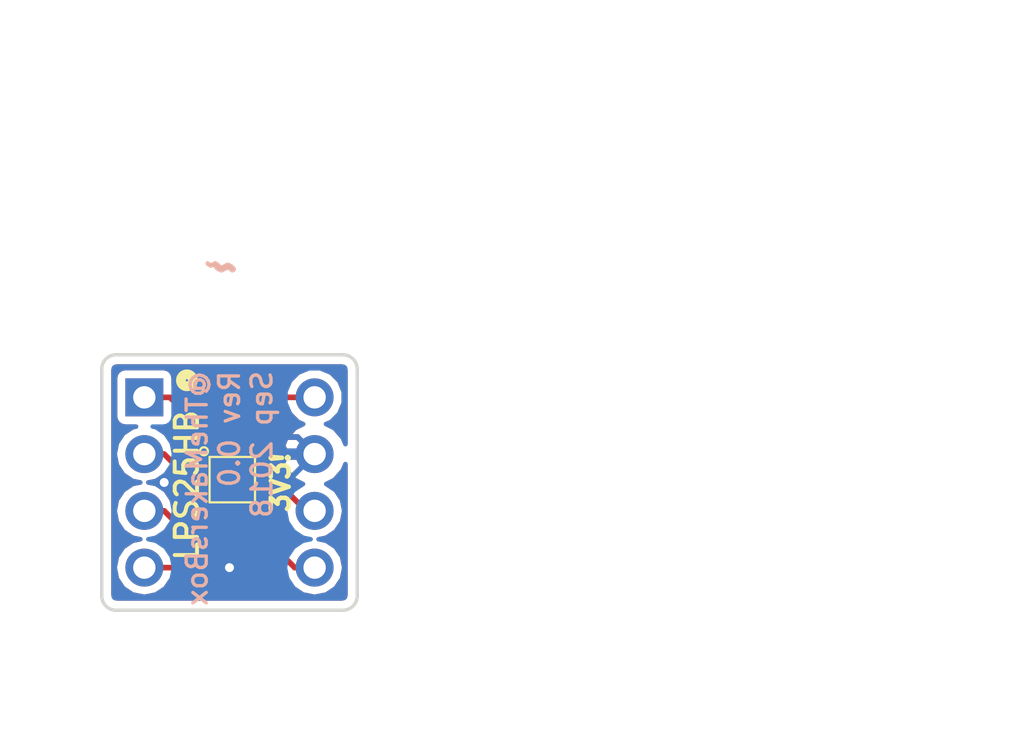
<source format=kicad_pcb>
(kicad_pcb (version 4) (host pcbnew 4.0.7)

  (general
    (links 10)
    (no_connects 0)
    (area 130.099999 94.539999 141.680001 106.120001)
    (thickness 1.6)
    (drawings 14)
    (tracks 45)
    (zones 0)
    (modules 3)
    (nets 9)
  )

  (page A)
  (title_block
    (title "Beetje 32U4 Blok")
    (date 2018-08-10)
    (rev 0.0)
    (company www.MakersBox.us)
    (comment 1 648.ken@gmail.com)
  )

  (layers
    (0 F.Cu signal)
    (31 B.Cu signal)
    (32 B.Adhes user)
    (33 F.Adhes user)
    (34 B.Paste user)
    (35 F.Paste user)
    (36 B.SilkS user)
    (37 F.SilkS user)
    (38 B.Mask user)
    (39 F.Mask user)
    (40 Dwgs.User user)
    (41 Cmts.User user)
    (42 Eco1.User user)
    (43 Eco2.User user)
    (44 Edge.Cuts user)
    (45 Margin user)
    (46 B.CrtYd user)
    (47 F.CrtYd user)
    (48 B.Fab user)
    (49 F.Fab user)
  )

  (setup
    (last_trace_width 0.25)
    (user_trace_width 0.254)
    (user_trace_width 0.3048)
    (user_trace_width 0.4064)
    (user_trace_width 0.6096)
    (trace_clearance 0.2)
    (zone_clearance 0.35)
    (zone_45_only no)
    (trace_min 0.2)
    (segment_width 0.254)
    (edge_width 0.15)
    (via_size 0.6)
    (via_drill 0.4)
    (via_min_size 0.4)
    (via_min_drill 0.3)
    (uvia_size 0.3)
    (uvia_drill 0.1)
    (uvias_allowed no)
    (uvia_min_size 0.2)
    (uvia_min_drill 0.1)
    (pcb_text_width 0.3)
    (pcb_text_size 1.5 1.5)
    (mod_edge_width 0.15)
    (mod_text_size 1 1)
    (mod_text_width 0.15)
    (pad_size 1.7 1.7)
    (pad_drill 1)
    (pad_to_mask_clearance 0)
    (aux_axis_origin 0 0)
    (visible_elements 7FFFFFFF)
    (pcbplotparams
      (layerselection 0x00030_80000001)
      (usegerberextensions false)
      (excludeedgelayer true)
      (linewidth 0.100000)
      (plotframeref false)
      (viasonmask false)
      (mode 1)
      (useauxorigin false)
      (hpglpennumber 1)
      (hpglpenspeed 20)
      (hpglpendiameter 15)
      (hpglpenoverlay 2)
      (psnegative false)
      (psa4output false)
      (plotreference true)
      (plotvalue true)
      (plotinvisibletext false)
      (padsonsilk false)
      (subtractmaskfromsilk false)
      (outputformat 1)
      (mirror false)
      (drillshape 1)
      (scaleselection 1)
      (outputdirectory ""))
  )

  (net 0 "")
  (net 1 GND)
  (net 2 "Net-(J1-Pad1)")
  (net 3 "Net-(J1-Pad2)")
  (net 4 "Net-(J1-Pad4)")
  (net 5 "Net-(J3-Pad7)")
  (net 6 "Net-(J3-Pad6)")
  (net 7 "Net-(J1-Pad5)")
  (net 8 "Net-(J3-Pad10)")

  (net_class Default "This is the default net class."
    (clearance 0.2)
    (trace_width 0.25)
    (via_dia 0.6)
    (via_drill 0.4)
    (uvia_dia 0.3)
    (uvia_drill 0.1)
    (add_net GND)
    (add_net "Net-(J1-Pad1)")
    (add_net "Net-(J1-Pad2)")
    (add_net "Net-(J1-Pad4)")
    (add_net "Net-(J1-Pad5)")
    (add_net "Net-(J3-Pad10)")
    (add_net "Net-(J3-Pad6)")
    (add_net "Net-(J3-Pad7)")
  )

  (module footprints:ST_HLGA-10_2.5x2.5mm_P0.6mm_LayoutBorder3x2y (layer F.Cu) (tedit 5B9415D8) (tstamp 5B9313A0)
    (at 136.017 100.203 180)
    (path /5B955617)
    (fp_text reference U1 (at 0 -0.18 180) (layer F.Fab)
      (effects (font (size 0.2 0.2) (thickness 0.05)))
    )
    (fp_text value LPS25HB (at 0 0.18 180) (layer F.Fab)
      (effects (font (size 0.2 0.2) (thickness 0.05)))
    )
    (fp_line (start -1.016 -1.016) (end 1.016 -1.016) (layer F.SilkS) (width 0.1))
    (fp_line (start 1.016 -1.016) (end 1.016 1.016) (layer F.SilkS) (width 0.1))
    (fp_line (start 1.016 1.016) (end -1.016 1.016) (layer F.SilkS) (width 0.1))
    (fp_line (start -1.016 1.016) (end -1.016 -1.016) (layer F.SilkS) (width 0.1))
    (fp_circle (center 1.27 1.27) (end 1.143 1.143) (layer F.SilkS) (width 0.1))
    (fp_text user LPS25HB (at 2.032 -0.254 270) (layer F.SilkS)
      (effects (font (size 1 1) (thickness 0.175)))
    )
    (fp_circle (center 0.6 0.5) (end 0.7 0.6) (layer F.Fab) (width 0.1))
    (fp_line (start -1 -1) (end 1 -1) (layer F.Fab) (width 0.05))
    (fp_line (start 1 -1) (end 1 1) (layer F.Fab) (width 0.05))
    (fp_line (start 1 1) (end -1 1) (layer F.Fab) (width 0.05))
    (fp_line (start -1 1) (end -1 -1) (layer F.Fab) (width 0.05))
    (pad 4 smd rect (at 0 -0.91 180) (size 0.35 0.575) (layers F.Cu F.Paste F.Mask)
      (net 4 "Net-(J1-Pad4)"))
    (pad 3 smd rect (at 0.5 -0.91 180) (size 0.35 0.575) (layers F.Cu F.Paste F.Mask)
      (net 1 GND))
    (pad 5 smd rect (at -0.5 -0.91 180) (size 0.35 0.575) (layers F.Cu F.Paste F.Mask)
      (net 7 "Net-(J1-Pad5)"))
    (pad 9 smd rect (at 0 0.91 180) (size 0.35 0.575) (layers F.Cu F.Paste F.Mask)
      (net 1 GND))
    (pad 10 smd rect (at 0.5 0.91 180) (size 0.35 0.575) (layers F.Cu F.Paste F.Mask)
      (net 8 "Net-(J3-Pad10)"))
    (pad 8 smd rect (at -0.5 0.91 180) (size 0.35 0.575) (layers F.Cu F.Paste F.Mask)
      (net 1 GND))
    (pad 6 smd rect (at -0.91 -0.25 270) (size 0.35 0.575) (layers F.Cu F.Paste F.Mask)
      (net 6 "Net-(J3-Pad6)"))
    (pad 7 smd rect (at -0.91 0.25 270) (size 0.35 0.575) (layers F.Cu F.Paste F.Mask)
      (net 5 "Net-(J3-Pad7)"))
    (pad 2 smd rect (at 0.91 -0.25 270) (size 0.35 0.575) (layers F.Cu F.Paste F.Mask)
      (net 3 "Net-(J1-Pad2)"))
    (pad 1 smd rect (at 0.91 0.25 270) (size 0.35 0.575) (layers F.Cu F.Paste F.Mask)
      (net 2 "Net-(J1-Pad1)"))
    (model Sensors_Detectors/LPS22HB_HLGA-10L.wrl
      (at (xyz 0 0 0.02))
      (scale (xyz 1 1 1))
      (rotate (xyz 180 0 0))
    )
  )

  (module footprints:Pin_Header_Left (layer F.Cu) (tedit 5B941C43) (tstamp 5B9410CD)
    (at 132.08 96.52)
    (descr "Through hole straight pin header, 1x04, 2.54mm pitch, single row")
    (tags "Through hole pin header THT 1x04 2.54mm single row")
    (path /5B9878F3)
    (fp_text reference J1 (at 0 -2.33) (layer F.SilkS) hide
      (effects (font (size 1 1) (thickness 0.15)))
    )
    (fp_text value Conn_01x04_Left (at 0 9.95) (layer F.Fab)
      (effects (font (size 1 1) (thickness 0.15)))
    )
    (fp_line (start -0.635 -1.27) (end 1.27 -1.27) (layer F.Fab) (width 0.1))
    (fp_line (start 1.27 -1.27) (end 1.27 8.89) (layer F.Fab) (width 0.1))
    (fp_line (start 1.27 8.89) (end -1.27 8.89) (layer F.Fab) (width 0.1))
    (fp_line (start -1.27 8.89) (end -1.27 -0.635) (layer F.Fab) (width 0.1))
    (fp_line (start -1.27 -0.635) (end -0.635 -1.27) (layer F.Fab) (width 0.1))
    (fp_line (start -1.8 -1.8) (end -1.8 9.4) (layer F.CrtYd) (width 0.05))
    (fp_line (start -1.8 9.4) (end 1.8 9.4) (layer F.CrtYd) (width 0.05))
    (fp_line (start 1.8 9.4) (end 1.8 -1.8) (layer F.CrtYd) (width 0.05))
    (fp_line (start 1.8 -1.8) (end -1.8 -1.8) (layer F.CrtYd) (width 0.05))
    (fp_text user %R (at 0 3.81 90) (layer F.Fab)
      (effects (font (size 1 1) (thickness 0.15)))
    )
    (pad 1 thru_hole rect (at 0 0) (size 1.7 1.7) (drill 1) (layers *.Cu *.Mask)
      (net 2 "Net-(J1-Pad1)"))
    (pad 2 thru_hole oval (at 0 2.54) (size 1.7 1.7) (drill 1) (layers *.Cu *.Mask)
      (net 3 "Net-(J1-Pad2)"))
    (pad 4 thru_hole oval (at 0 5.08) (size 1.7 1.7) (drill 1) (layers *.Cu *.Mask)
      (net 4 "Net-(J1-Pad4)"))
    (pad 5 thru_hole oval (at 0 7.62) (size 1.7 1.7) (drill 1) (layers *.Cu *.Mask)
      (net 7 "Net-(J1-Pad5)"))
    (model ${KISYS3DMOD}/Pin_Headers.3dshapes/Pin_Header_Straight_1x04_Pitch2.54mm.wrl
      (at (xyz 0 0 0))
      (scale (xyz 1 1 1))
      (rotate (xyz 0 0 0))
    )
  )

  (module footprints:Pin_Header_Right (layer F.Cu) (tedit 5B941CA4) (tstamp 5B9410D5)
    (at 139.7 96.52)
    (descr "Through hole straight pin header, 1x04, 2.54mm pitch, single row")
    (tags "Through hole pin header THT 1x04 2.54mm single row")
    (path /5B987ACC)
    (fp_text reference J3 (at 0 -2.33) (layer F.SilkS) hide
      (effects (font (size 1 1) (thickness 0.15)))
    )
    (fp_text value Conn_01x04_Right (at 0.762 11.43) (layer F.Fab)
      (effects (font (size 1 1) (thickness 0.15)))
    )
    (fp_line (start -0.635 -1.27) (end 1.27 -1.27) (layer F.Fab) (width 0.1))
    (fp_line (start 1.27 -1.27) (end 1.27 8.89) (layer F.Fab) (width 0.1))
    (fp_line (start 1.27 8.89) (end -1.27 8.89) (layer F.Fab) (width 0.1))
    (fp_line (start -1.27 8.89) (end -1.27 -0.635) (layer F.Fab) (width 0.1))
    (fp_line (start -1.27 -0.635) (end -0.635 -1.27) (layer F.Fab) (width 0.1))
    (fp_line (start -1.8 -1.8) (end -1.8 9.4) (layer F.CrtYd) (width 0.05))
    (fp_line (start -1.8 9.4) (end 1.8 9.4) (layer F.CrtYd) (width 0.05))
    (fp_line (start 1.8 9.4) (end 1.8 -1.8) (layer F.CrtYd) (width 0.05))
    (fp_line (start 1.8 -1.8) (end -1.8 -1.8) (layer F.CrtYd) (width 0.05))
    (fp_text user %R (at 0 3.81 90) (layer F.Fab)
      (effects (font (size 1 1) (thickness 0.15)))
    )
    (pad 10 thru_hole circle (at 0 0) (size 1.7 1.7) (drill 1) (layers *.Cu *.Mask)
      (net 8 "Net-(J3-Pad10)"))
    (pad 8 thru_hole oval (at 0 2.54) (size 1.7 1.7) (drill 1) (layers *.Cu *.Mask)
      (net 1 GND))
    (pad 7 thru_hole oval (at 0 5.08) (size 1.7 1.7) (drill 1) (layers *.Cu *.Mask)
      (net 5 "Net-(J3-Pad7)"))
    (pad 6 thru_hole oval (at 0 7.62) (size 1.7 1.7) (drill 1) (layers *.Cu *.Mask)
      (net 6 "Net-(J3-Pad6)"))
    (model ${KISYS3DMOD}/Pin_Headers.3dshapes/Pin_Header_Straight_1x04_Pitch2.54mm.wrl
      (at (xyz 0 0 0))
      (scale (xyz 1 1 1))
      (rotate (xyz 0 0 0))
    )
  )

  (gr_circle (center 133.985 95.758) (end 133.731 95.504) (layer F.SilkS) (width 0.254))
  (gr_circle (center 133.985 95.758) (end 133.858 95.631) (layer F.SilkS) (width 0.254))
  (gr_text 3V3! (at 138.176 100.33 90) (layer F.SilkS)
    (effects (font (size 0.8 0.8) (thickness 0.2)))
  )
  (gr_line (start 130.175 95.25) (end 130.175 105.41) (angle 90) (layer Edge.Cuts) (width 0.15))
  (gr_line (start 140.97 94.615) (end 130.81 94.615) (angle 90) (layer Edge.Cuts) (width 0.15))
  (gr_line (start 141.605 105.41) (end 141.605 95.25) (angle 90) (layer Edge.Cuts) (width 0.15))
  (gr_line (start 130.81 106.045) (end 140.97 106.045) (angle 90) (layer Edge.Cuts) (width 0.15))
  (gr_arc (start 130.81 105.41) (end 130.81 106.045) (angle 90) (layer Edge.Cuts) (width 0.15))
  (gr_arc (start 130.81 95.25) (end 130.175 95.25) (angle 90) (layer Edge.Cuts) (width 0.15))
  (gr_arc (start 140.97 95.25) (end 140.97 94.615) (angle 90) (layer Edge.Cuts) (width 0.15))
  (gr_arc (start 140.97 105.41) (end 141.605 105.41) (angle 90) (layer Edge.Cuts) (width 0.15))
  (gr_text "@TheMakersBox\nRev 0.0\nSep 2018" (at 135.89 95.25 90) (layer B.SilkS)
    (effects (font (size 0.9 0.9) (thickness 0.15)) (justify left mirror))
  )
  (gr_text ~ (at 135.636 90.678) (layer B.SilkS)
    (effects (font (size 1.5 1.5) (thickness 0.3)) (justify mirror))
  )
  (gr_text ~ (at 135.128 90.551) (layer B.SilkS)
    (effects (font (size 1 1) (thickness 0.2)) (justify mirror))
  )

  (segment (start 139.7 99.06) (end 137.16 101.6) (width 0.25) (layer B.Cu) (net 1))
  (via (at 135.89 104.14) (size 0.6) (drill 0.4) (layers F.Cu B.Cu) (net 1))
  (segment (start 137.16 102.87) (end 135.89 104.14) (width 0.25) (layer B.Cu) (net 1) (tstamp 5B94AA51))
  (segment (start 137.16 101.6) (end 137.16 102.87) (width 0.25) (layer B.Cu) (net 1) (tstamp 5B94AA4E))
  (segment (start 132.969 100.33) (end 133.477 100.33) (width 0.254) (layer B.Cu) (net 1))
  (segment (start 133.879 101.113) (end 132.969 100.33) (width 0.254) (layer F.Cu) (net 1) (tstamp 5B94134A))
  (via (at 132.969 100.33) (size 0.6) (drill 0.4) (layers F.Cu B.Cu) (net 1))
  (segment (start 135.517 101.113) (end 133.879 101.113) (width 0.254) (layer F.Cu) (net 1))
  (segment (start 136.017 99.293) (end 136.017 98.552) (width 0.254) (layer F.Cu) (net 1))
  (segment (start 136.271 98.298) (end 136.906 98.298) (width 0.254) (layer F.Cu) (net 1) (tstamp 5B941329))
  (segment (start 136.017 98.552) (end 136.271 98.298) (width 0.254) (layer F.Cu) (net 1) (tstamp 5B941328))
  (segment (start 136.517 99.293) (end 136.517 98.687) (width 0.254) (layer F.Cu) (net 1))
  (segment (start 136.906 98.298) (end 138.938 98.298) (width 0.254) (layer F.Cu) (net 1) (tstamp 5B941323))
  (segment (start 136.517 98.687) (end 136.906 98.298) (width 0.254) (layer F.Cu) (net 1) (tstamp 5B941322))
  (segment (start 138.938 98.298) (end 139.7 99.06) (width 0.254) (layer B.Cu) (net 1) (tstamp 5B9415AC))
  (segment (start 135.509 98.298) (end 138.938 98.298) (width 0.254) (layer B.Cu) (net 1) (tstamp 5B9415AA))
  (segment (start 133.477 100.33) (end 135.509 98.298) (width 0.254) (layer B.Cu) (net 1) (tstamp 5B9415A7))
  (segment (start 138.938 98.298) (end 139.7 99.06) (width 0.254) (layer F.Cu) (net 1) (tstamp 5B941324))
  (segment (start 135.107 99.953) (end 134.878 99.953) (width 0.254) (layer F.Cu) (net 2))
  (segment (start 134.878 99.953) (end 134.239 99.314) (width 0.254) (layer F.Cu) (net 2) (tstamp 5B9412C4))
  (segment (start 134.239 99.314) (end 134.239 97.536) (width 0.254) (layer F.Cu) (net 2) (tstamp 5B9412C5))
  (segment (start 134.239 97.536) (end 133.223 96.52) (width 0.254) (layer F.Cu) (net 2) (tstamp 5B9412C6))
  (segment (start 133.223 96.52) (end 132.08 96.52) (width 0.254) (layer F.Cu) (net 2) (tstamp 5B9412C7))
  (segment (start 135.107 100.453) (end 134.362 100.453) (width 0.254) (layer F.Cu) (net 3))
  (segment (start 132.969 99.06) (end 132.08 99.06) (width 0.254) (layer F.Cu) (net 3) (tstamp 5B9412CC))
  (segment (start 134.362 100.453) (end 132.969 99.06) (width 0.254) (layer F.Cu) (net 3) (tstamp 5B9412CB))
  (segment (start 136.017 101.113) (end 136.017 101.727) (width 0.254) (layer F.Cu) (net 4))
  (segment (start 132.969 101.6) (end 132.08 101.6) (width 0.254) (layer F.Cu) (net 4) (tstamp 5B9412D2))
  (segment (start 133.477 102.108) (end 132.969 101.6) (width 0.254) (layer F.Cu) (net 4) (tstamp 5B9412D1))
  (segment (start 135.636 102.108) (end 133.477 102.108) (width 0.254) (layer F.Cu) (net 4) (tstamp 5B9412D0))
  (segment (start 136.017 101.727) (end 135.636 102.108) (width 0.254) (layer F.Cu) (net 4) (tstamp 5B9412CF))
  (segment (start 136.927 99.953) (end 137.672 99.953) (width 0.254) (layer F.Cu) (net 5))
  (segment (start 137.672 99.953) (end 139.319 101.6) (width 0.254) (layer F.Cu) (net 5) (tstamp 5B9412E0))
  (segment (start 139.319 101.6) (end 139.7 101.6) (width 0.254) (layer F.Cu) (net 5) (tstamp 5B9412E1))
  (segment (start 136.927 100.453) (end 137.283 100.453) (width 0.254) (layer F.Cu) (net 6))
  (segment (start 138.811 104.14) (end 139.7 104.14) (width 0.254) (layer F.Cu) (net 6) (tstamp 5B9412DD))
  (segment (start 137.795 103.124) (end 138.811 104.14) (width 0.254) (layer F.Cu) (net 6) (tstamp 5B9412DC))
  (segment (start 137.795 100.965) (end 137.795 103.124) (width 0.254) (layer F.Cu) (net 6) (tstamp 5B9412DB))
  (segment (start 137.283 100.453) (end 137.795 100.965) (width 0.254) (layer F.Cu) (net 6) (tstamp 5B9412DA))
  (segment (start 136.517 101.113) (end 136.517 102.497) (width 0.254) (layer F.Cu) (net 7))
  (segment (start 134.874 104.14) (end 132.08 104.14) (width 0.254) (layer F.Cu) (net 7) (tstamp 5B9412D6))
  (segment (start 136.517 102.497) (end 134.874 104.14) (width 0.254) (layer F.Cu) (net 7) (tstamp 5B9412D5))
  (segment (start 136.398 96.52) (end 139.7 96.52) (width 0.254) (layer F.Cu) (net 8) (tstamp 5B9412E9))
  (segment (start 135.517 99.293) (end 135.517 97.401) (width 0.254) (layer F.Cu) (net 8))
  (segment (start 135.517 97.401) (end 136.398 96.52) (width 0.254) (layer F.Cu) (net 8) (tstamp 5B9412E8))

  (zone (net 1) (net_name GND) (layer F.Cu) (tstamp 5B413466) (hatch edge 0.508)
    (connect_pads (clearance 0.35))
    (min_thickness 0.2)
    (fill yes (arc_segments 16) (thermal_gap 0.508) (thermal_bridge_width 0.508))
    (polygon
      (pts
        (xy 170.18 110.49) (xy 127 110.49) (xy 127 80.01) (xy 170.18 80.01)
      )
    )
    (filled_polygon
      (pts
        (xy 141.00816 95.157876) (xy 141.040509 95.179491) (xy 141.062125 95.211841) (xy 141.08 95.301705) (xy 141.08 98.61372)
        (xy 140.963477 98.332384) (xy 140.588854 97.904259) (xy 140.208859 97.716346) (xy 140.435429 97.622729) (xy 140.801444 97.257353)
        (xy 140.999774 96.779721) (xy 141.000226 96.262548) (xy 140.802729 95.784571) (xy 140.437353 95.418556) (xy 139.959721 95.220226)
        (xy 139.442548 95.219774) (xy 138.964571 95.417271) (xy 138.598556 95.782647) (xy 138.531972 95.943) (xy 136.398 95.943)
        (xy 136.177192 95.986922) (xy 135.989999 96.111999) (xy 135.108999 96.992999) (xy 134.983922 97.180192) (xy 134.939999 97.401)
        (xy 134.94 97.401005) (xy 134.94 98.796746) (xy 134.919332 98.826995) (xy 134.883184 99.0055) (xy 134.883184 99.142182)
        (xy 134.816 99.074998) (xy 134.816 97.536005) (xy 134.816001 97.536) (xy 134.772078 97.315192) (xy 134.647001 97.127999)
        (xy 133.631001 96.111999) (xy 133.443808 95.986922) (xy 133.388816 95.975983) (xy 133.388816 95.67) (xy 133.357438 95.50324)
        (xy 133.258883 95.350081) (xy 133.108505 95.247332) (xy 132.93 95.211184) (xy 131.23 95.211184) (xy 131.06324 95.242562)
        (xy 130.910081 95.341117) (xy 130.807332 95.491495) (xy 130.771184 95.67) (xy 130.771184 97.37) (xy 130.802562 97.53676)
        (xy 130.901117 97.689919) (xy 131.051495 97.792668) (xy 131.23 97.828816) (xy 131.708571 97.828816) (xy 131.557043 97.858957)
        (xy 131.135292 98.140761) (xy 130.853488 98.562512) (xy 130.754531 99.06) (xy 130.853488 99.557488) (xy 131.135292 99.979239)
        (xy 131.557043 100.261043) (xy 131.903712 100.33) (xy 131.557043 100.398957) (xy 131.135292 100.680761) (xy 130.853488 101.102512)
        (xy 130.754531 101.6) (xy 130.853488 102.097488) (xy 131.135292 102.519239) (xy 131.557043 102.801043) (xy 131.903712 102.87)
        (xy 131.557043 102.938957) (xy 131.135292 103.220761) (xy 130.853488 103.642512) (xy 130.754531 104.14) (xy 130.853488 104.637488)
        (xy 131.135292 105.059239) (xy 131.557043 105.341043) (xy 132.054531 105.44) (xy 132.105469 105.44) (xy 132.602957 105.341043)
        (xy 133.024708 105.059239) (xy 133.253384 104.717) (xy 134.873995 104.717) (xy 134.874 104.717001) (xy 135.094808 104.673078)
        (xy 135.282001 104.548001) (xy 136.925001 102.905001) (xy 137.050078 102.717808) (xy 137.094001 102.497) (xy 137.094 102.496995)
        (xy 137.094 101.609254) (xy 137.114668 101.579005) (xy 137.150816 101.4005) (xy 137.150816 101.136817) (xy 137.218 101.204001)
        (xy 137.218 103.123995) (xy 137.217999 103.124) (xy 137.261922 103.344808) (xy 137.386999 103.532001) (xy 138.402999 104.548001)
        (xy 138.463764 104.588602) (xy 138.473488 104.637488) (xy 138.755292 105.059239) (xy 139.177043 105.341043) (xy 139.674531 105.44)
        (xy 139.725469 105.44) (xy 140.222957 105.341043) (xy 140.644708 105.059239) (xy 140.926512 104.637488) (xy 141.025469 104.14)
        (xy 140.926512 103.642512) (xy 140.644708 103.220761) (xy 140.222957 102.938957) (xy 139.876288 102.87) (xy 140.222957 102.801043)
        (xy 140.644708 102.519239) (xy 140.926512 102.097488) (xy 141.025469 101.6) (xy 140.926512 101.102512) (xy 140.644708 100.680761)
        (xy 140.222957 100.398957) (xy 140.219677 100.398304) (xy 140.588854 100.215741) (xy 140.963477 99.787616) (xy 141.08 99.50628)
        (xy 141.08 105.358295) (xy 141.062125 105.448159) (xy 141.040509 105.480509) (xy 141.00816 105.502124) (xy 140.918294 105.52)
        (xy 130.861705 105.52) (xy 130.771841 105.502125) (xy 130.739491 105.480509) (xy 130.717876 105.44816) (xy 130.7 105.358294)
        (xy 130.7 95.301706) (xy 130.717876 95.21184) (xy 130.739491 95.179491) (xy 130.771841 95.157875) (xy 130.861705 95.14)
        (xy 140.918294 95.14)
      )
    )
    (filled_polygon
      (pts
        (xy 133.953997 100.860998) (xy 133.953999 100.861001) (xy 134.066213 100.935979) (xy 134.141191 100.986078) (xy 134.362 101.03)
        (xy 134.610746 101.03) (xy 134.640995 101.050668) (xy 134.8195 101.086816) (xy 135.383184 101.086816) (xy 135.383184 101.25675)
        (xy 134.886 101.25675) (xy 134.734 101.40875) (xy 134.734 101.521438) (xy 134.737961 101.531) (xy 133.716001 101.531)
        (xy 133.377001 101.191999) (xy 133.316236 101.151398) (xy 133.306512 101.102512) (xy 133.024708 100.680761) (xy 132.602957 100.398957)
        (xy 132.256288 100.33) (xy 132.602957 100.261043) (xy 133.024708 99.979239) (xy 133.043746 99.950747)
      )
    )
    (filled_polygon
      (pts
        (xy 138.597271 97.255429) (xy 138.962647 97.621444) (xy 139.191166 97.716334) (xy 138.811146 97.904259) (xy 138.436523 98.332384)
        (xy 138.292097 98.68109) (xy 138.403111 98.906) (xy 139.546 98.906) (xy 139.546 98.886) (xy 139.854 98.886)
        (xy 139.854 98.906) (xy 139.874 98.906) (xy 139.874 99.214) (xy 139.854 99.214) (xy 139.854 99.234)
        (xy 139.546 99.234) (xy 139.546 99.214) (xy 138.403111 99.214) (xy 138.292097 99.43891) (xy 138.436523 99.787616)
        (xy 138.811146 100.215741) (xy 139.180323 100.398304) (xy 139.177043 100.398957) (xy 139.031324 100.496323) (xy 138.080001 99.544999)
        (xy 137.892808 99.419922) (xy 137.672 99.375999) (xy 137.671995 99.376) (xy 137.423254 99.376) (xy 137.393005 99.355332)
        (xy 137.2145 99.319184) (xy 136.6395 99.319184) (xy 136.47274 99.350562) (xy 136.343 99.434047) (xy 136.343 99.14925)
        (xy 137.148 99.14925) (xy 137.3 98.99725) (xy 137.3 98.884562) (xy 137.207438 98.661096) (xy 137.036405 98.490063)
        (xy 136.812939 98.3975) (xy 136.7565 98.3975) (xy 136.6045 98.5495) (xy 136.6045 98.558158) (xy 136.536405 98.490063)
        (xy 136.312939 98.3975) (xy 136.221061 98.3975) (xy 136.171002 98.418235) (xy 136.171002 98.3975) (xy 136.094 98.3975)
        (xy 136.094 97.640002) (xy 136.637002 97.097) (xy 138.531809 97.097)
      )
    )
  )
  (zone (net 1) (net_name GND) (layer B.Cu) (tstamp 5B413467) (hatch edge 0.508)
    (connect_pads (clearance 0.35))
    (min_thickness 0.2)
    (fill yes (arc_segments 16) (thermal_gap 0.508) (thermal_bridge_width 0.508))
    (polygon
      (pts
        (xy 171.45 111.76) (xy 125.73 111.76) (xy 125.73 78.74) (xy 171.45 78.74)
      )
    )
    (filled_polygon
      (pts
        (xy 141.00816 95.157876) (xy 141.040509 95.179491) (xy 141.062125 95.211841) (xy 141.08 95.301705) (xy 141.08 98.61372)
        (xy 140.963477 98.332384) (xy 140.588854 97.904259) (xy 140.208859 97.716346) (xy 140.435429 97.622729) (xy 140.801444 97.257353)
        (xy 140.999774 96.779721) (xy 141.000226 96.262548) (xy 140.802729 95.784571) (xy 140.437353 95.418556) (xy 139.959721 95.220226)
        (xy 139.442548 95.219774) (xy 138.964571 95.417271) (xy 138.598556 95.782647) (xy 138.400226 96.260279) (xy 138.399774 96.777452)
        (xy 138.597271 97.255429) (xy 138.962647 97.621444) (xy 139.191166 97.716334) (xy 138.811146 97.904259) (xy 138.436523 98.332384)
        (xy 138.292097 98.68109) (xy 138.403111 98.906) (xy 139.546 98.906) (xy 139.546 98.886) (xy 139.854 98.886)
        (xy 139.854 98.906) (xy 139.874 98.906) (xy 139.874 99.214) (xy 139.854 99.214) (xy 139.854 99.234)
        (xy 139.546 99.234) (xy 139.546 99.214) (xy 138.403111 99.214) (xy 138.292097 99.43891) (xy 138.436523 99.787616)
        (xy 138.811146 100.215741) (xy 139.180323 100.398304) (xy 139.177043 100.398957) (xy 138.755292 100.680761) (xy 138.473488 101.102512)
        (xy 138.374531 101.6) (xy 138.473488 102.097488) (xy 138.755292 102.519239) (xy 139.177043 102.801043) (xy 139.523712 102.87)
        (xy 139.177043 102.938957) (xy 138.755292 103.220761) (xy 138.473488 103.642512) (xy 138.374531 104.14) (xy 138.473488 104.637488)
        (xy 138.755292 105.059239) (xy 139.177043 105.341043) (xy 139.674531 105.44) (xy 139.725469 105.44) (xy 140.222957 105.341043)
        (xy 140.644708 105.059239) (xy 140.926512 104.637488) (xy 141.025469 104.14) (xy 140.926512 103.642512) (xy 140.644708 103.220761)
        (xy 140.222957 102.938957) (xy 139.876288 102.87) (xy 140.222957 102.801043) (xy 140.644708 102.519239) (xy 140.926512 102.097488)
        (xy 141.025469 101.6) (xy 140.926512 101.102512) (xy 140.644708 100.680761) (xy 140.222957 100.398957) (xy 140.219677 100.398304)
        (xy 140.588854 100.215741) (xy 140.963477 99.787616) (xy 141.08 99.50628) (xy 141.08 105.358295) (xy 141.062125 105.448159)
        (xy 141.040509 105.480509) (xy 141.00816 105.502124) (xy 140.918294 105.52) (xy 130.861705 105.52) (xy 130.771841 105.502125)
        (xy 130.739491 105.480509) (xy 130.717876 105.44816) (xy 130.7 105.358294) (xy 130.7 99.06) (xy 130.754531 99.06)
        (xy 130.853488 99.557488) (xy 131.135292 99.979239) (xy 131.557043 100.261043) (xy 131.903712 100.33) (xy 131.557043 100.398957)
        (xy 131.135292 100.680761) (xy 130.853488 101.102512) (xy 130.754531 101.6) (xy 130.853488 102.097488) (xy 131.135292 102.519239)
        (xy 131.557043 102.801043) (xy 131.903712 102.87) (xy 131.557043 102.938957) (xy 131.135292 103.220761) (xy 130.853488 103.642512)
        (xy 130.754531 104.14) (xy 130.853488 104.637488) (xy 131.135292 105.059239) (xy 131.557043 105.341043) (xy 132.054531 105.44)
        (xy 132.105469 105.44) (xy 132.602957 105.341043) (xy 133.024708 105.059239) (xy 133.306512 104.637488) (xy 133.405469 104.14)
        (xy 133.306512 103.642512) (xy 133.024708 103.220761) (xy 132.602957 102.938957) (xy 132.256288 102.87) (xy 132.602957 102.801043)
        (xy 133.024708 102.519239) (xy 133.306512 102.097488) (xy 133.405469 101.6) (xy 133.306512 101.102512) (xy 133.024708 100.680761)
        (xy 132.602957 100.398957) (xy 132.256288 100.33) (xy 132.602957 100.261043) (xy 133.024708 99.979239) (xy 133.306512 99.557488)
        (xy 133.405469 99.06) (xy 133.306512 98.562512) (xy 133.024708 98.140761) (xy 132.602957 97.858957) (xy 132.451429 97.828816)
        (xy 132.93 97.828816) (xy 133.09676 97.797438) (xy 133.249919 97.698883) (xy 133.352668 97.548505) (xy 133.388816 97.37)
        (xy 133.388816 95.67) (xy 133.357438 95.50324) (xy 133.258883 95.350081) (xy 133.108505 95.247332) (xy 132.93 95.211184)
        (xy 131.23 95.211184) (xy 131.06324 95.242562) (xy 130.910081 95.341117) (xy 130.807332 95.491495) (xy 130.771184 95.67)
        (xy 130.771184 97.37) (xy 130.802562 97.53676) (xy 130.901117 97.689919) (xy 131.051495 97.792668) (xy 131.23 97.828816)
        (xy 131.708571 97.828816) (xy 131.557043 97.858957) (xy 131.135292 98.140761) (xy 130.853488 98.562512) (xy 130.754531 99.06)
        (xy 130.7 99.06) (xy 130.7 95.301706) (xy 130.717876 95.21184) (xy 130.739491 95.179491) (xy 130.771841 95.157875)
        (xy 130.861705 95.14) (xy 140.918294 95.14)
      )
    )
  )
)

</source>
